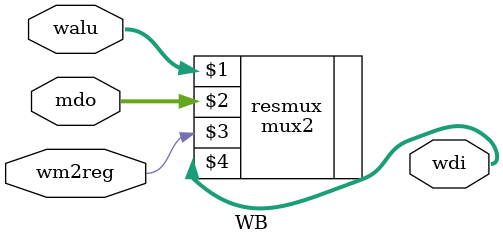
<source format=v>
`include"mem.v"
`include"ControlUnit.v"


module IF(	input			clk, reset,
			input	[31:0]	bpc, da, jpc,
			input	[1:0]	pcsource,
			input			wpcir,
			output	[31:0]	instr, pcplus4);

	wire [31:0]	pc, pcnext;
	wire [31:0] pcold;
	wire		s;
			
  //reset pc signal
  flopr #(32) pcreg(clk, reset, wpcir, pcnext, pcold);
  
  //pcplus4 = pc + 4
  adder       pcadd1(pc, 32'b100, pcplus4);
  //Fetch Instruction
  imem imem (pc[7:2], instr);
  
  /*
  //4->1 
  mux4 #(32)  pcmux(pcplus4, bpc, da, jpc, pcsource, pcnext);
  
  //mux2 for update pcvalue
  assign	s = pcsource == 0 ? 0 : 1;
  mux2 #(32) newpcmux(pcold, pcnext, s, pc);
  */
  mux4 #(32) pcchose(pcold, bpc, da, jpc, pcsource, pc);
  adder		pcadd2(pc, 32'b100, pcnext);
  
endmodule

module IFIDreg(	input			clk, reset, wpcir,
				input	[31:0]	instrF, pcplus4F,
				output	[31:0]	instrD, pcplus4D);
				
	reg [31:0] instr, pcplus4;
	
	//write
	always@(posedge clk or posedge reset)
		begin 
			if(reset == 1)
				begin
					instr <= 0;
					pcplus4 <= 0;
				end
			else if(~wpcir)
				begin 
					instr <= instrF;
					pcplus4 <= pcplus4F;
				end	
		end
	
	//read
	assign instrD = instr;
	assign pcplus4D = pcplus4;
	
endmodule

module ID(	input			clk,
			//from IFIDreg
			input	[31:0]	instr, dpc4,			
			
			//input signal
			input	[4:0]	mrn,
			input			mm2reg, mwreg,
			input	[4:0]	ern,
			input			em2reg, ewreg,			
			
			//output control signal
			output			wreg, m2reg, wmem, jal, 
            output  [3:0]	alucontrol,
			output			aluimm, shift,
			
			output			wpcir,
			output	[1:0]	pcsource,
			//control signal end
			
			//to IF
			output	[31:0]	bpc, jpc,
			
			//data conflict
			input	[31:0]	ealu, malu, mmo,
			
			//write regfile
			input			regwriteW, // from WB
			input	[4:0]	writeregW, // from WB
			input	[31:0]	result,

			//to IDEXEreg
			output	[31:0]	da, db, dimm,
			output	[4:0]	drn);
	
	wire	[1:0]	signextsignal;
	wire	regrt;
	wire	rsrtequ;
	wire 	[1:0]	fwda, fwdb;
	wire	[31:0]	rd1, rd2;
	wire	sllsrl;
	wire	[31:0]	dimmold;
	
	//
	ControlUnit Controller (instr[31:26], instr[5:0], 
							ern, mrn, instr[25:21], instr[20:16], ewreg, mwreg, em2reg, mm2reg,
							wreg, m2reg, wmem, jal, alucontrol, aluimm, shift, wpcir, pcsource,
							signextsignal,regrt, rsrtequ, sllsrl,
							fwda, fwdb);
	
	//jpc
	assign jpc = {dpc4[31:28], instr[25:0], 2'b00};	
	
	//shift left
	assign bpc = dpc4 + {{4'b0}, instr[15:0], 2'b00};							
							
	regfile     rf(clk,regwriteW, instr[25:21], instr[20:16], writeregW, result, rd1, rd2);
	
	//da db mux
	mux4 #(32)	damux(rd1, ealu, malu, mmo, fwda, da);
	mux4 #(32)	dbmux(rd2, ealu, malu, mmo, fwdb, db);
	
	assign rsrtequ = ~|(da^db);

	//write reg number
    mux2 #(5)   wrmux(instr[20:16], instr[15:11], regrt, drn);
	
	//sign extend
    signext     se(instr[15:0], signextsignal, dimmold);
	
	mux2 #(32) sllmux(dimmold, {27'b0, instr[10:6]}, sllsrl, dimm);

endmodule

module IDEXEreg(	input			clk, reset, 
					//input control signal
					input        	wreg, m2reg, wmem, jal,
					input	[3:0]	alucontrolD,
					input			aluimm, shift,
					//input control signal end
					//output control signal
					output        	ewreg, em2reg, ewmem, ejal,
					output	[3:0]	alucontrolE,
					output			ealuimm, eshift,
					//output control signal end
					
					input	[31:0]	da, db, SignimmD, dpc, instrD,
					input	[4:0]	WriteRegD,
					output	[31:0]	ea, eb, SignimmE, epc4, instrE,
					output	[4:0]	WriteRegE
					);
	
	reg	[9:0] 	signals;
	reg [31:0]	RD1, RD2, Signimm, pcplus4, instr;
	reg [4:0]	WriteReg;
	
	//write
	always@(posedge clk or posedge reset)
		begin
			if(reset == 1)
				begin
					signals <= 0;
					RD1 <= 0;
					RD2 <= 0;
					WriteReg <= 0;
					Signimm <= 0;
					pcplus4 <= 0;
				end
			else
				begin 
					signals <= {wreg, m2reg, wmem, jal, alucontrolD, aluimm, shift};
					RD1 <= da;
					RD2 <= db;
					WriteReg <= WriteRegD;
					Signimm <= SignimmD;
					pcplus4 <= dpc;
					instr <= instrD;
				end		
		end
	
	//read
	assign {ewreg, em2reg, ewmem, ejal, alucontrolE, ealuimm, eshift} = signals;
	assign	ea = RD1;
	assign	eb = RD2;
	assign	WriteRegE = WriteReg;
	assign	SignimmE = Signimm;
	assign	epc4 = pcplus4;
	assign	instrE = instr;
	
	
	
endmodule

module EXE(	input	[31:0]	ea, eb, eimm,
			input	[31:0]	epc4,
			input	[4:0]	ern0,
			//signal
			input			ejal,
			input	[3:0]	alucontrol,
			input			ealuimm, eshift,
			//signal end
			output	[31:0]	ealu,
			output	[4:0]	ern);

	wire [31:0]	srcb, srca, aluout;
	wire		zero;
	
	//ea eb
	mux2 #(32)	eamux(ea, eimm, eshift, srca);
	mux2 #(32)	ebmux(eb, eimm, ealuimm, srcb);
	
	alu         alu(srca, srcb, alucontrol, aluout, zero);
	
	//alu mux
	//mux2 #(32)	elaumux(aluout, epc4 + 4, ejal, ealu);
	mux2 #(32)	elaumux(aluout, epc4, ejal, ealu);
	
	assign ern = ejal ? 5'b11111 : ern0;

endmodule

module EXEMEMreg(	input			clk, reset,
					//input control signal
					input			ewreg, em2reg, ewmem,
					//input control signal end
					//output control signal
					output			mwreg, mm2reg, mwmem,
					//output control signal end
					input	[31:0]	ealu, eb,
					input	[4:0]	ern,
					output	[31:0]	malu, mb,
					output	[4:0]	mrn
					);
					
	reg	[2:0] 	signals;
	reg [31:0]	alu, b;
	reg	[4:0]	rn;
	
	//write
	always@(posedge clk or posedge reset)
		begin 
			if(reset == 1)
				begin
					signals <= 0;
					alu <= 0;
					b <= 0;
					rn <= 0;
				end
			else
				begin
					signals <= {ewreg, em2reg, ewmem};
					alu <= ealu;
					b <= eb;
					rn <= ern;
				end
		end			
	
	//read
	assign	{mwreg, mm2reg, mwmem} = signals;
	assign	malu = alu;
	assign	mb = b;
	assign	mrn = rn;
		
endmodule

module MEM(	input			clk,
			//signal
			input			mwmem,
			//signal end
			input	[31:0]	malu, mb,
			output	[31:0]	readdata);
			
	dmem	dmem(clk, mwmem, malu, mb, readdata);
			
endmodule

module MEMWBreg(	input			clk, reset,
					//signal
					input	mwreg, mm2reg,
					output	wwreg, wm2reg,
					//signal end
					input	[31:0]	malu, mdo,
					input	[4:0]	mrn,
					output	[31:0]	walu, wdo,
					output	[4:0]	wrn);
					
	reg	[1:0] 	signals;
	reg [31:0]	alu, ddo;
	reg	[4:0]	rn;
	
	//write
	always@(posedge clk or posedge reset)
		begin 
			if(reset == 1)
				begin
					signals <= 0;
					alu <= 0;
					ddo <= 0;
					rn <= 0;
				end
			else
				begin
					signals <= {mwreg, mm2reg};
					alu <= malu;
					ddo <= mdo;
					rn <= mrn;
				end
		end			
	
	//read
	assign	{wwreg, wm2reg} = signals;
	assign	walu = alu;
	assign	wdo = ddo;
	assign	wrn = rn;
	
endmodule

module WB(	input	[31:0]	walu, mdo,
			input			wm2reg,
			output	[31:0]	wdi);
			
	//aluout / readdata /PC+4 -> write reg
  mux2 #(32)  resmux(walu, mdo, wm2reg, wdi);
	
	
endmodule
</source>
